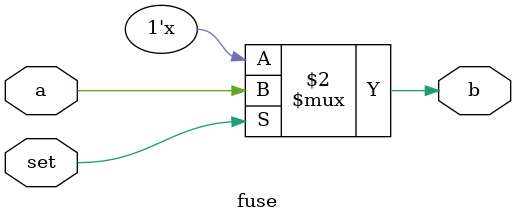
<source format=sv>
module fuse (
    input  logic a,
    input  logic set,
    output logic b
);

  assign b = (set == 1) ? a : 1'bz;
endmodule

</source>
